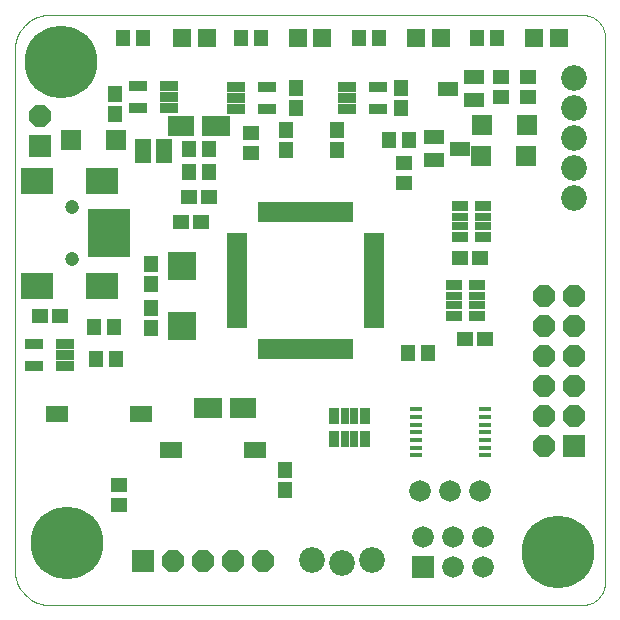
<source format=gts>
G75*
G70*
%OFA0B0*%
%FSLAX24Y24*%
%IPPOS*%
%LPD*%
%AMOC8*
5,1,8,0,0,1.08239X$1,22.5*
%
%ADD10C,0.0000*%
%ADD11R,0.0553X0.0514*%
%ADD12R,0.0592X0.0592*%
%ADD13R,0.0514X0.0553*%
%ADD14R,0.0522X0.0821*%
%ADD15R,0.0910X0.0711*%
%ADD16R,0.0917X0.0711*%
%ADD17R,0.0394X0.0177*%
%ADD18R,0.0592X0.0337*%
%ADD19R,0.1104X0.0907*%
%ADD20R,0.1419X0.0317*%
%ADD21C,0.0474*%
%ADD22R,0.0711X0.0230*%
%ADD23R,0.0230X0.0711*%
%ADD24R,0.0920X0.0920*%
%ADD25R,0.0671X0.0514*%
%ADD26R,0.0671X0.0671*%
%ADD27R,0.0720X0.0720*%
%ADD28OC8,0.0720*%
%ADD29R,0.0293X0.0573*%
%ADD30R,0.0368X0.0573*%
%ADD31R,0.0573X0.0293*%
%ADD32R,0.0573X0.0368*%
%ADD33C,0.0720*%
%ADD34C,0.0860*%
%ADD35R,0.0720X0.0520*%
%ADD36C,0.2420*%
D10*
X002641Y001725D02*
X002641Y019048D01*
X002643Y019114D01*
X002648Y019180D01*
X002658Y019246D01*
X002671Y019311D01*
X002687Y019375D01*
X002707Y019438D01*
X002731Y019500D01*
X002758Y019560D01*
X002788Y019619D01*
X002822Y019676D01*
X002859Y019731D01*
X002899Y019784D01*
X002941Y019835D01*
X002987Y019883D01*
X003035Y019929D01*
X003086Y019971D01*
X003139Y020011D01*
X003194Y020048D01*
X003251Y020082D01*
X003310Y020112D01*
X003370Y020139D01*
X003432Y020163D01*
X003495Y020183D01*
X003559Y020199D01*
X003624Y020212D01*
X003690Y020222D01*
X003756Y020227D01*
X003822Y020229D01*
X021538Y020229D01*
X021592Y020227D01*
X021645Y020222D01*
X021698Y020213D01*
X021750Y020200D01*
X021802Y020184D01*
X021852Y020164D01*
X021900Y020141D01*
X021947Y020114D01*
X021992Y020085D01*
X022035Y020052D01*
X022075Y020017D01*
X022113Y019979D01*
X022148Y019939D01*
X022181Y019896D01*
X022210Y019851D01*
X022237Y019804D01*
X022260Y019756D01*
X022280Y019706D01*
X022296Y019654D01*
X022309Y019602D01*
X022318Y019549D01*
X022323Y019496D01*
X022325Y019442D01*
X022326Y019442D02*
X022326Y001332D01*
X022325Y001332D02*
X022323Y001278D01*
X022318Y001225D01*
X022309Y001172D01*
X022296Y001120D01*
X022280Y001068D01*
X022260Y001018D01*
X022237Y000970D01*
X022210Y000923D01*
X022181Y000878D01*
X022148Y000835D01*
X022113Y000795D01*
X022075Y000757D01*
X022035Y000722D01*
X021992Y000689D01*
X021947Y000660D01*
X021900Y000633D01*
X021852Y000610D01*
X021802Y000590D01*
X021750Y000574D01*
X021698Y000561D01*
X021645Y000552D01*
X021592Y000547D01*
X021538Y000545D01*
X021538Y000544D02*
X003822Y000544D01*
X003756Y000546D01*
X003690Y000551D01*
X003624Y000561D01*
X003559Y000574D01*
X003495Y000590D01*
X003432Y000610D01*
X003370Y000634D01*
X003310Y000661D01*
X003251Y000691D01*
X003194Y000725D01*
X003139Y000762D01*
X003086Y000802D01*
X003035Y000844D01*
X002987Y000890D01*
X002941Y000938D01*
X002899Y000989D01*
X002859Y001042D01*
X002822Y001097D01*
X002788Y001154D01*
X002758Y001213D01*
X002731Y001273D01*
X002707Y001335D01*
X002687Y001398D01*
X002671Y001462D01*
X002658Y001527D01*
X002648Y001593D01*
X002643Y001659D01*
X002641Y001725D01*
X004381Y012080D02*
X004383Y012106D01*
X004389Y012132D01*
X004399Y012157D01*
X004412Y012180D01*
X004428Y012200D01*
X004448Y012218D01*
X004470Y012233D01*
X004493Y012245D01*
X004519Y012253D01*
X004545Y012257D01*
X004571Y012257D01*
X004597Y012253D01*
X004623Y012245D01*
X004647Y012233D01*
X004668Y012218D01*
X004688Y012200D01*
X004704Y012180D01*
X004717Y012157D01*
X004727Y012132D01*
X004733Y012106D01*
X004735Y012080D01*
X004733Y012054D01*
X004727Y012028D01*
X004717Y012003D01*
X004704Y011980D01*
X004688Y011960D01*
X004668Y011942D01*
X004646Y011927D01*
X004623Y011915D01*
X004597Y011907D01*
X004571Y011903D01*
X004545Y011903D01*
X004519Y011907D01*
X004493Y011915D01*
X004469Y011927D01*
X004448Y011942D01*
X004428Y011960D01*
X004412Y011980D01*
X004399Y012003D01*
X004389Y012028D01*
X004383Y012054D01*
X004381Y012080D01*
X004381Y013812D02*
X004383Y013838D01*
X004389Y013864D01*
X004399Y013889D01*
X004412Y013912D01*
X004428Y013932D01*
X004448Y013950D01*
X004470Y013965D01*
X004493Y013977D01*
X004519Y013985D01*
X004545Y013989D01*
X004571Y013989D01*
X004597Y013985D01*
X004623Y013977D01*
X004647Y013965D01*
X004668Y013950D01*
X004688Y013932D01*
X004704Y013912D01*
X004717Y013889D01*
X004727Y013864D01*
X004733Y013838D01*
X004735Y013812D01*
X004733Y013786D01*
X004727Y013760D01*
X004717Y013735D01*
X004704Y013712D01*
X004688Y013692D01*
X004668Y013674D01*
X004646Y013659D01*
X004623Y013647D01*
X004597Y013639D01*
X004571Y013635D01*
X004545Y013635D01*
X004519Y013639D01*
X004493Y013647D01*
X004469Y013659D01*
X004448Y013674D01*
X004428Y013692D01*
X004412Y013712D01*
X004399Y013735D01*
X004389Y013760D01*
X004383Y013786D01*
X004381Y013812D01*
D11*
X008187Y013315D03*
X008857Y013315D03*
X009113Y014158D03*
X008444Y014158D03*
X010528Y015611D03*
X010528Y016280D03*
X015601Y015277D03*
X015601Y014608D03*
X017487Y012133D03*
X018157Y012133D03*
X018325Y009405D03*
X017656Y009405D03*
X006119Y004551D03*
X006119Y003882D03*
X004136Y010201D03*
X003467Y010201D03*
X018865Y017489D03*
X019747Y017494D03*
X019747Y018163D03*
X018865Y018159D03*
D12*
X019944Y019442D03*
X020771Y019442D03*
X016834Y019442D03*
X016007Y019442D03*
X012897Y019442D03*
X012070Y019442D03*
X009048Y019442D03*
X008221Y019442D03*
D13*
X006912Y019442D03*
X006243Y019442D03*
X005974Y017597D03*
X005974Y016927D03*
X008444Y015763D03*
X009113Y015763D03*
X009113Y014971D03*
X008444Y014971D03*
X011678Y015711D03*
X011678Y016380D03*
X012028Y017111D03*
X012028Y017780D03*
X013378Y016380D03*
X013378Y015711D03*
X015122Y016047D03*
X015791Y016047D03*
X015528Y017111D03*
X015528Y017780D03*
X014786Y019442D03*
X014117Y019442D03*
X010849Y019442D03*
X010180Y019442D03*
X018054Y019442D03*
X018723Y019442D03*
X007178Y011930D03*
X007178Y011261D03*
X007178Y010450D03*
X007178Y009781D03*
X005963Y009833D03*
X005294Y009833D03*
X005344Y008746D03*
X006013Y008746D03*
X011640Y005062D03*
X011640Y004393D03*
X015740Y008952D03*
X016410Y008952D03*
D14*
X007629Y015696D03*
X006928Y015696D03*
D15*
X008187Y016516D03*
X010256Y007115D03*
D16*
X009093Y007115D03*
X009350Y016516D03*
D17*
X016008Y007077D03*
X016008Y006821D03*
X016008Y006565D03*
X016008Y006309D03*
X016008Y006053D03*
X016008Y005797D03*
X016008Y005541D03*
X018311Y005541D03*
X018311Y005797D03*
X018311Y006053D03*
X018311Y006309D03*
X018311Y006565D03*
X018311Y006821D03*
X018311Y007077D03*
D18*
X004318Y008505D03*
X004318Y008879D03*
X004318Y009253D03*
X003294Y009253D03*
X003294Y008505D03*
X006757Y017112D03*
X006757Y017860D03*
X007780Y017860D03*
X007780Y017486D03*
X007780Y017112D03*
X010017Y017072D03*
X010017Y017446D03*
X010017Y017820D03*
X011040Y017820D03*
X011040Y017072D03*
X013717Y017072D03*
X013717Y017446D03*
X013717Y017820D03*
X014740Y017820D03*
X014740Y017072D03*
D19*
X005542Y014698D03*
X003376Y014698D03*
X003376Y011194D03*
X005542Y011194D03*
D20*
X005778Y012316D03*
X005778Y012631D03*
X005778Y012946D03*
X005778Y013261D03*
X005778Y013576D03*
D21*
X004558Y013812D03*
X004558Y012080D03*
D22*
X010045Y012047D03*
X010045Y011851D03*
X010045Y011654D03*
X010045Y011457D03*
X010045Y011260D03*
X010045Y011063D03*
X010045Y010866D03*
X010045Y010669D03*
X010045Y010473D03*
X010045Y010276D03*
X010045Y010079D03*
X010045Y009882D03*
X014612Y009882D03*
X014612Y010079D03*
X014612Y010276D03*
X014612Y010473D03*
X014612Y010669D03*
X014612Y010866D03*
X014612Y011063D03*
X014612Y011260D03*
X014612Y011457D03*
X014612Y011654D03*
X014612Y011851D03*
X014612Y012047D03*
X014612Y012244D03*
X014612Y012441D03*
X014612Y012638D03*
X014612Y012835D03*
X010045Y012835D03*
X010045Y012638D03*
X010045Y012441D03*
X010045Y012244D03*
D23*
X010852Y013642D03*
X011049Y013642D03*
X011246Y013642D03*
X011443Y013642D03*
X011639Y013642D03*
X011836Y013642D03*
X012033Y013642D03*
X012230Y013642D03*
X012427Y013642D03*
X012624Y013642D03*
X012821Y013642D03*
X013017Y013642D03*
X013214Y013642D03*
X013411Y013642D03*
X013608Y013642D03*
X013805Y013642D03*
X013805Y009075D03*
X013608Y009075D03*
X013411Y009075D03*
X013214Y009075D03*
X013017Y009075D03*
X012821Y009075D03*
X012624Y009075D03*
X012427Y009075D03*
X012230Y009075D03*
X012033Y009075D03*
X011836Y009075D03*
X011639Y009075D03*
X011443Y009075D03*
X011246Y009075D03*
X011049Y009075D03*
X010852Y009075D03*
D24*
X008216Y009858D03*
X008216Y011858D03*
D25*
X016625Y015392D03*
X017491Y015766D03*
X016625Y016140D03*
X017951Y017392D03*
X017085Y017766D03*
X017951Y018140D03*
D26*
X018227Y016536D03*
X019724Y016536D03*
X019683Y015530D03*
X018187Y015530D03*
X006006Y016056D03*
X004510Y016056D03*
D27*
X003493Y015841D03*
X021278Y005840D03*
X016245Y001808D03*
X006914Y002022D03*
D28*
X007914Y002022D03*
X008914Y002022D03*
X009914Y002022D03*
X010914Y002022D03*
X020278Y005840D03*
X020278Y006840D03*
X021278Y006840D03*
X021278Y007840D03*
X020278Y007840D03*
X020278Y008840D03*
X021278Y008840D03*
X021278Y009840D03*
X020278Y009840D03*
X020278Y010840D03*
X021278Y010840D03*
X003493Y016841D03*
D29*
X013641Y006859D03*
X013956Y006859D03*
X013956Y006091D03*
X013641Y006091D03*
D30*
X013289Y006091D03*
X014309Y006091D03*
X014309Y006859D03*
X013289Y006859D03*
D31*
X017270Y010539D03*
X018037Y010539D03*
X018037Y010854D03*
X017270Y010854D03*
X017471Y013180D03*
X017471Y013495D03*
X018239Y013495D03*
X018239Y013180D03*
D32*
X018239Y012828D03*
X017471Y012828D03*
X017471Y013848D03*
X018239Y013848D03*
X018037Y011206D03*
X017270Y011206D03*
X017270Y010186D03*
X018037Y010186D03*
D33*
X018141Y004344D03*
X017141Y004344D03*
X016141Y004344D03*
X016245Y002808D03*
X017245Y002808D03*
X018245Y002808D03*
X018245Y001808D03*
X017245Y001808D03*
D34*
X014541Y002064D03*
X013541Y001964D03*
X012541Y002064D03*
X021281Y014134D03*
X021281Y015134D03*
X021281Y016134D03*
X021281Y017134D03*
X021281Y018134D03*
D35*
X006861Y006917D03*
X007851Y005704D03*
X010651Y005704D03*
X004061Y006917D03*
D36*
X004381Y002614D03*
X020741Y002314D03*
X004181Y018644D03*
M02*

</source>
